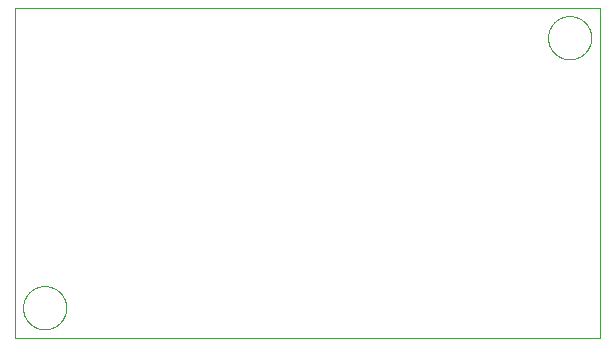
<source format=gtp>
G75*
%MOIN*%
%OFA0B0*%
%FSLAX25Y25*%
%IPPOS*%
%LPD*%
%AMOC8*
5,1,8,0,0,1.08239X$1,22.5*
%
%ADD10C,0.00000*%
D10*
X0001500Y0001500D02*
X0001500Y0111500D01*
X0196500Y0111500D01*
X0196500Y0001500D01*
X0001500Y0001500D01*
X0004300Y0011500D02*
X0004302Y0011677D01*
X0004309Y0011853D01*
X0004320Y0012030D01*
X0004335Y0012206D01*
X0004354Y0012381D01*
X0004378Y0012556D01*
X0004406Y0012731D01*
X0004438Y0012905D01*
X0004475Y0013078D01*
X0004516Y0013249D01*
X0004561Y0013420D01*
X0004610Y0013590D01*
X0004663Y0013759D01*
X0004721Y0013926D01*
X0004782Y0014091D01*
X0004848Y0014255D01*
X0004918Y0014418D01*
X0004991Y0014578D01*
X0005069Y0014737D01*
X0005150Y0014894D01*
X0005235Y0015049D01*
X0005324Y0015202D01*
X0005417Y0015352D01*
X0005513Y0015500D01*
X0005613Y0015646D01*
X0005717Y0015789D01*
X0005824Y0015930D01*
X0005934Y0016068D01*
X0006048Y0016203D01*
X0006165Y0016335D01*
X0006285Y0016465D01*
X0006409Y0016591D01*
X0006535Y0016715D01*
X0006665Y0016835D01*
X0006797Y0016952D01*
X0006932Y0017066D01*
X0007070Y0017176D01*
X0007211Y0017283D01*
X0007354Y0017387D01*
X0007500Y0017487D01*
X0007648Y0017583D01*
X0007798Y0017676D01*
X0007951Y0017765D01*
X0008106Y0017850D01*
X0008263Y0017931D01*
X0008422Y0018009D01*
X0008582Y0018082D01*
X0008745Y0018152D01*
X0008909Y0018218D01*
X0009074Y0018279D01*
X0009241Y0018337D01*
X0009410Y0018390D01*
X0009580Y0018439D01*
X0009751Y0018484D01*
X0009922Y0018525D01*
X0010095Y0018562D01*
X0010269Y0018594D01*
X0010444Y0018622D01*
X0010619Y0018646D01*
X0010794Y0018665D01*
X0010970Y0018680D01*
X0011147Y0018691D01*
X0011323Y0018698D01*
X0011500Y0018700D01*
X0011677Y0018698D01*
X0011853Y0018691D01*
X0012030Y0018680D01*
X0012206Y0018665D01*
X0012381Y0018646D01*
X0012556Y0018622D01*
X0012731Y0018594D01*
X0012905Y0018562D01*
X0013078Y0018525D01*
X0013249Y0018484D01*
X0013420Y0018439D01*
X0013590Y0018390D01*
X0013759Y0018337D01*
X0013926Y0018279D01*
X0014091Y0018218D01*
X0014255Y0018152D01*
X0014418Y0018082D01*
X0014578Y0018009D01*
X0014737Y0017931D01*
X0014894Y0017850D01*
X0015049Y0017765D01*
X0015202Y0017676D01*
X0015352Y0017583D01*
X0015500Y0017487D01*
X0015646Y0017387D01*
X0015789Y0017283D01*
X0015930Y0017176D01*
X0016068Y0017066D01*
X0016203Y0016952D01*
X0016335Y0016835D01*
X0016465Y0016715D01*
X0016591Y0016591D01*
X0016715Y0016465D01*
X0016835Y0016335D01*
X0016952Y0016203D01*
X0017066Y0016068D01*
X0017176Y0015930D01*
X0017283Y0015789D01*
X0017387Y0015646D01*
X0017487Y0015500D01*
X0017583Y0015352D01*
X0017676Y0015202D01*
X0017765Y0015049D01*
X0017850Y0014894D01*
X0017931Y0014737D01*
X0018009Y0014578D01*
X0018082Y0014418D01*
X0018152Y0014255D01*
X0018218Y0014091D01*
X0018279Y0013926D01*
X0018337Y0013759D01*
X0018390Y0013590D01*
X0018439Y0013420D01*
X0018484Y0013249D01*
X0018525Y0013078D01*
X0018562Y0012905D01*
X0018594Y0012731D01*
X0018622Y0012556D01*
X0018646Y0012381D01*
X0018665Y0012206D01*
X0018680Y0012030D01*
X0018691Y0011853D01*
X0018698Y0011677D01*
X0018700Y0011500D01*
X0018698Y0011323D01*
X0018691Y0011147D01*
X0018680Y0010970D01*
X0018665Y0010794D01*
X0018646Y0010619D01*
X0018622Y0010444D01*
X0018594Y0010269D01*
X0018562Y0010095D01*
X0018525Y0009922D01*
X0018484Y0009751D01*
X0018439Y0009580D01*
X0018390Y0009410D01*
X0018337Y0009241D01*
X0018279Y0009074D01*
X0018218Y0008909D01*
X0018152Y0008745D01*
X0018082Y0008582D01*
X0018009Y0008422D01*
X0017931Y0008263D01*
X0017850Y0008106D01*
X0017765Y0007951D01*
X0017676Y0007798D01*
X0017583Y0007648D01*
X0017487Y0007500D01*
X0017387Y0007354D01*
X0017283Y0007211D01*
X0017176Y0007070D01*
X0017066Y0006932D01*
X0016952Y0006797D01*
X0016835Y0006665D01*
X0016715Y0006535D01*
X0016591Y0006409D01*
X0016465Y0006285D01*
X0016335Y0006165D01*
X0016203Y0006048D01*
X0016068Y0005934D01*
X0015930Y0005824D01*
X0015789Y0005717D01*
X0015646Y0005613D01*
X0015500Y0005513D01*
X0015352Y0005417D01*
X0015202Y0005324D01*
X0015049Y0005235D01*
X0014894Y0005150D01*
X0014737Y0005069D01*
X0014578Y0004991D01*
X0014418Y0004918D01*
X0014255Y0004848D01*
X0014091Y0004782D01*
X0013926Y0004721D01*
X0013759Y0004663D01*
X0013590Y0004610D01*
X0013420Y0004561D01*
X0013249Y0004516D01*
X0013078Y0004475D01*
X0012905Y0004438D01*
X0012731Y0004406D01*
X0012556Y0004378D01*
X0012381Y0004354D01*
X0012206Y0004335D01*
X0012030Y0004320D01*
X0011853Y0004309D01*
X0011677Y0004302D01*
X0011500Y0004300D01*
X0011323Y0004302D01*
X0011147Y0004309D01*
X0010970Y0004320D01*
X0010794Y0004335D01*
X0010619Y0004354D01*
X0010444Y0004378D01*
X0010269Y0004406D01*
X0010095Y0004438D01*
X0009922Y0004475D01*
X0009751Y0004516D01*
X0009580Y0004561D01*
X0009410Y0004610D01*
X0009241Y0004663D01*
X0009074Y0004721D01*
X0008909Y0004782D01*
X0008745Y0004848D01*
X0008582Y0004918D01*
X0008422Y0004991D01*
X0008263Y0005069D01*
X0008106Y0005150D01*
X0007951Y0005235D01*
X0007798Y0005324D01*
X0007648Y0005417D01*
X0007500Y0005513D01*
X0007354Y0005613D01*
X0007211Y0005717D01*
X0007070Y0005824D01*
X0006932Y0005934D01*
X0006797Y0006048D01*
X0006665Y0006165D01*
X0006535Y0006285D01*
X0006409Y0006409D01*
X0006285Y0006535D01*
X0006165Y0006665D01*
X0006048Y0006797D01*
X0005934Y0006932D01*
X0005824Y0007070D01*
X0005717Y0007211D01*
X0005613Y0007354D01*
X0005513Y0007500D01*
X0005417Y0007648D01*
X0005324Y0007798D01*
X0005235Y0007951D01*
X0005150Y0008106D01*
X0005069Y0008263D01*
X0004991Y0008422D01*
X0004918Y0008582D01*
X0004848Y0008745D01*
X0004782Y0008909D01*
X0004721Y0009074D01*
X0004663Y0009241D01*
X0004610Y0009410D01*
X0004561Y0009580D01*
X0004516Y0009751D01*
X0004475Y0009922D01*
X0004438Y0010095D01*
X0004406Y0010269D01*
X0004378Y0010444D01*
X0004354Y0010619D01*
X0004335Y0010794D01*
X0004320Y0010970D01*
X0004309Y0011147D01*
X0004302Y0011323D01*
X0004300Y0011500D01*
X0179300Y0101500D02*
X0179302Y0101677D01*
X0179309Y0101853D01*
X0179320Y0102030D01*
X0179335Y0102206D01*
X0179354Y0102381D01*
X0179378Y0102556D01*
X0179406Y0102731D01*
X0179438Y0102905D01*
X0179475Y0103078D01*
X0179516Y0103249D01*
X0179561Y0103420D01*
X0179610Y0103590D01*
X0179663Y0103759D01*
X0179721Y0103926D01*
X0179782Y0104091D01*
X0179848Y0104255D01*
X0179918Y0104418D01*
X0179991Y0104578D01*
X0180069Y0104737D01*
X0180150Y0104894D01*
X0180235Y0105049D01*
X0180324Y0105202D01*
X0180417Y0105352D01*
X0180513Y0105500D01*
X0180613Y0105646D01*
X0180717Y0105789D01*
X0180824Y0105930D01*
X0180934Y0106068D01*
X0181048Y0106203D01*
X0181165Y0106335D01*
X0181285Y0106465D01*
X0181409Y0106591D01*
X0181535Y0106715D01*
X0181665Y0106835D01*
X0181797Y0106952D01*
X0181932Y0107066D01*
X0182070Y0107176D01*
X0182211Y0107283D01*
X0182354Y0107387D01*
X0182500Y0107487D01*
X0182648Y0107583D01*
X0182798Y0107676D01*
X0182951Y0107765D01*
X0183106Y0107850D01*
X0183263Y0107931D01*
X0183422Y0108009D01*
X0183582Y0108082D01*
X0183745Y0108152D01*
X0183909Y0108218D01*
X0184074Y0108279D01*
X0184241Y0108337D01*
X0184410Y0108390D01*
X0184580Y0108439D01*
X0184751Y0108484D01*
X0184922Y0108525D01*
X0185095Y0108562D01*
X0185269Y0108594D01*
X0185444Y0108622D01*
X0185619Y0108646D01*
X0185794Y0108665D01*
X0185970Y0108680D01*
X0186147Y0108691D01*
X0186323Y0108698D01*
X0186500Y0108700D01*
X0186677Y0108698D01*
X0186853Y0108691D01*
X0187030Y0108680D01*
X0187206Y0108665D01*
X0187381Y0108646D01*
X0187556Y0108622D01*
X0187731Y0108594D01*
X0187905Y0108562D01*
X0188078Y0108525D01*
X0188249Y0108484D01*
X0188420Y0108439D01*
X0188590Y0108390D01*
X0188759Y0108337D01*
X0188926Y0108279D01*
X0189091Y0108218D01*
X0189255Y0108152D01*
X0189418Y0108082D01*
X0189578Y0108009D01*
X0189737Y0107931D01*
X0189894Y0107850D01*
X0190049Y0107765D01*
X0190202Y0107676D01*
X0190352Y0107583D01*
X0190500Y0107487D01*
X0190646Y0107387D01*
X0190789Y0107283D01*
X0190930Y0107176D01*
X0191068Y0107066D01*
X0191203Y0106952D01*
X0191335Y0106835D01*
X0191465Y0106715D01*
X0191591Y0106591D01*
X0191715Y0106465D01*
X0191835Y0106335D01*
X0191952Y0106203D01*
X0192066Y0106068D01*
X0192176Y0105930D01*
X0192283Y0105789D01*
X0192387Y0105646D01*
X0192487Y0105500D01*
X0192583Y0105352D01*
X0192676Y0105202D01*
X0192765Y0105049D01*
X0192850Y0104894D01*
X0192931Y0104737D01*
X0193009Y0104578D01*
X0193082Y0104418D01*
X0193152Y0104255D01*
X0193218Y0104091D01*
X0193279Y0103926D01*
X0193337Y0103759D01*
X0193390Y0103590D01*
X0193439Y0103420D01*
X0193484Y0103249D01*
X0193525Y0103078D01*
X0193562Y0102905D01*
X0193594Y0102731D01*
X0193622Y0102556D01*
X0193646Y0102381D01*
X0193665Y0102206D01*
X0193680Y0102030D01*
X0193691Y0101853D01*
X0193698Y0101677D01*
X0193700Y0101500D01*
X0193698Y0101323D01*
X0193691Y0101147D01*
X0193680Y0100970D01*
X0193665Y0100794D01*
X0193646Y0100619D01*
X0193622Y0100444D01*
X0193594Y0100269D01*
X0193562Y0100095D01*
X0193525Y0099922D01*
X0193484Y0099751D01*
X0193439Y0099580D01*
X0193390Y0099410D01*
X0193337Y0099241D01*
X0193279Y0099074D01*
X0193218Y0098909D01*
X0193152Y0098745D01*
X0193082Y0098582D01*
X0193009Y0098422D01*
X0192931Y0098263D01*
X0192850Y0098106D01*
X0192765Y0097951D01*
X0192676Y0097798D01*
X0192583Y0097648D01*
X0192487Y0097500D01*
X0192387Y0097354D01*
X0192283Y0097211D01*
X0192176Y0097070D01*
X0192066Y0096932D01*
X0191952Y0096797D01*
X0191835Y0096665D01*
X0191715Y0096535D01*
X0191591Y0096409D01*
X0191465Y0096285D01*
X0191335Y0096165D01*
X0191203Y0096048D01*
X0191068Y0095934D01*
X0190930Y0095824D01*
X0190789Y0095717D01*
X0190646Y0095613D01*
X0190500Y0095513D01*
X0190352Y0095417D01*
X0190202Y0095324D01*
X0190049Y0095235D01*
X0189894Y0095150D01*
X0189737Y0095069D01*
X0189578Y0094991D01*
X0189418Y0094918D01*
X0189255Y0094848D01*
X0189091Y0094782D01*
X0188926Y0094721D01*
X0188759Y0094663D01*
X0188590Y0094610D01*
X0188420Y0094561D01*
X0188249Y0094516D01*
X0188078Y0094475D01*
X0187905Y0094438D01*
X0187731Y0094406D01*
X0187556Y0094378D01*
X0187381Y0094354D01*
X0187206Y0094335D01*
X0187030Y0094320D01*
X0186853Y0094309D01*
X0186677Y0094302D01*
X0186500Y0094300D01*
X0186323Y0094302D01*
X0186147Y0094309D01*
X0185970Y0094320D01*
X0185794Y0094335D01*
X0185619Y0094354D01*
X0185444Y0094378D01*
X0185269Y0094406D01*
X0185095Y0094438D01*
X0184922Y0094475D01*
X0184751Y0094516D01*
X0184580Y0094561D01*
X0184410Y0094610D01*
X0184241Y0094663D01*
X0184074Y0094721D01*
X0183909Y0094782D01*
X0183745Y0094848D01*
X0183582Y0094918D01*
X0183422Y0094991D01*
X0183263Y0095069D01*
X0183106Y0095150D01*
X0182951Y0095235D01*
X0182798Y0095324D01*
X0182648Y0095417D01*
X0182500Y0095513D01*
X0182354Y0095613D01*
X0182211Y0095717D01*
X0182070Y0095824D01*
X0181932Y0095934D01*
X0181797Y0096048D01*
X0181665Y0096165D01*
X0181535Y0096285D01*
X0181409Y0096409D01*
X0181285Y0096535D01*
X0181165Y0096665D01*
X0181048Y0096797D01*
X0180934Y0096932D01*
X0180824Y0097070D01*
X0180717Y0097211D01*
X0180613Y0097354D01*
X0180513Y0097500D01*
X0180417Y0097648D01*
X0180324Y0097798D01*
X0180235Y0097951D01*
X0180150Y0098106D01*
X0180069Y0098263D01*
X0179991Y0098422D01*
X0179918Y0098582D01*
X0179848Y0098745D01*
X0179782Y0098909D01*
X0179721Y0099074D01*
X0179663Y0099241D01*
X0179610Y0099410D01*
X0179561Y0099580D01*
X0179516Y0099751D01*
X0179475Y0099922D01*
X0179438Y0100095D01*
X0179406Y0100269D01*
X0179378Y0100444D01*
X0179354Y0100619D01*
X0179335Y0100794D01*
X0179320Y0100970D01*
X0179309Y0101147D01*
X0179302Y0101323D01*
X0179300Y0101500D01*
M02*

</source>
